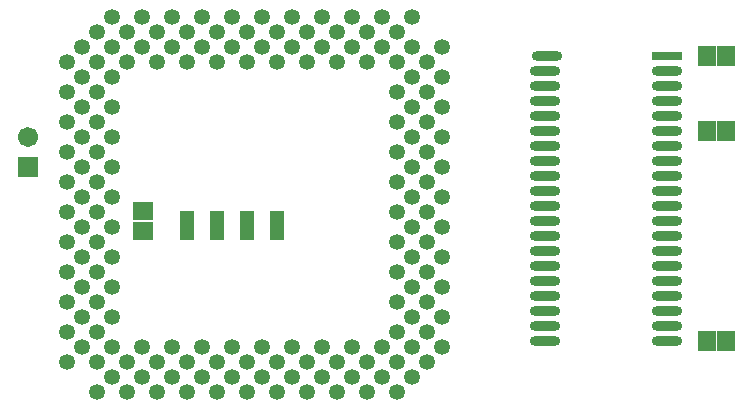
<source format=gbs>
G04 Layer_Color=8150272*
%FSLAX24Y24*%
%MOIN*%
G70*
G01*
G75*
%ADD24R,0.0612X0.0651*%
%ADD25R,0.1025X0.0316*%
%ADD26O,0.1025X0.0316*%
%ADD27R,0.0670X0.0670*%
%ADD28C,0.0670*%
%ADD29C,0.0530*%
%ADD30R,0.0651X0.0612*%
%ADD31R,0.0480X0.0280*%
G36*
X18490Y31810D02*
X18010D01*
Y32790D01*
X18490D01*
Y31810D01*
D02*
G37*
G36*
X17490D02*
X17010D01*
Y32790D01*
X17490D01*
Y31810D01*
D02*
G37*
G36*
X20490D02*
X20010D01*
Y32790D01*
X20490D01*
Y31810D01*
D02*
G37*
G36*
X19490D02*
X19010D01*
Y32790D01*
X19490D01*
Y31810D01*
D02*
G37*
D24*
X34575Y28450D02*
D03*
X35225D02*
D03*
X34575Y35450D02*
D03*
X35225D02*
D03*
X34575Y37950D02*
D03*
X35225D02*
D03*
D25*
X33250D02*
D03*
D26*
Y37450D02*
D03*
Y36950D02*
D03*
Y36450D02*
D03*
Y35950D02*
D03*
Y35450D02*
D03*
Y34950D02*
D03*
Y34450D02*
D03*
Y33950D02*
D03*
Y33450D02*
D03*
Y32950D02*
D03*
Y32450D02*
D03*
Y31950D02*
D03*
Y31450D02*
D03*
Y30950D02*
D03*
Y30450D02*
D03*
Y29950D02*
D03*
Y29450D02*
D03*
Y28950D02*
D03*
Y28450D02*
D03*
X29200D02*
D03*
X29250Y37950D02*
D03*
X29200Y37450D02*
D03*
Y36950D02*
D03*
Y36450D02*
D03*
Y35950D02*
D03*
Y35450D02*
D03*
Y34950D02*
D03*
Y34450D02*
D03*
Y33950D02*
D03*
Y33450D02*
D03*
Y32950D02*
D03*
Y32450D02*
D03*
Y31950D02*
D03*
Y31450D02*
D03*
Y30950D02*
D03*
Y30450D02*
D03*
Y29950D02*
D03*
Y29450D02*
D03*
Y28950D02*
D03*
D27*
X11950Y34250D02*
D03*
D28*
Y35250D02*
D03*
D29*
X24248Y31742D02*
D03*
X25248D02*
D03*
X24248Y30742D02*
D03*
X25248D02*
D03*
X24248Y29742D02*
D03*
X25248D02*
D03*
X24248Y28742D02*
D03*
X25248D02*
D03*
X24248Y27742D02*
D03*
X25248D02*
D03*
X24248Y26742D02*
D03*
X23248Y27742D02*
D03*
Y26742D02*
D03*
X22248Y27742D02*
D03*
Y26742D02*
D03*
X21248Y27742D02*
D03*
Y26742D02*
D03*
X20248Y27742D02*
D03*
Y26742D02*
D03*
X19248Y27742D02*
D03*
Y26742D02*
D03*
X18248Y27742D02*
D03*
Y26742D02*
D03*
X17248Y27742D02*
D03*
Y26742D02*
D03*
X16248Y27742D02*
D03*
Y26742D02*
D03*
X15248Y27742D02*
D03*
Y26742D02*
D03*
X14248Y27742D02*
D03*
Y26742D02*
D03*
X13248Y27742D02*
D03*
X14248Y28742D02*
D03*
X13248D02*
D03*
X14248Y29742D02*
D03*
X13248D02*
D03*
X14248Y30742D02*
D03*
X13248D02*
D03*
X14248Y31742D02*
D03*
X13248D02*
D03*
X14248Y32742D02*
D03*
X13248D02*
D03*
X14248Y33742D02*
D03*
X13248D02*
D03*
X14248Y34742D02*
D03*
X13248D02*
D03*
X14248Y35742D02*
D03*
X13248D02*
D03*
X14248Y36742D02*
D03*
X13248D02*
D03*
X14248Y37742D02*
D03*
X13248D02*
D03*
X14248Y38742D02*
D03*
X15248Y37742D02*
D03*
Y38742D02*
D03*
X16248Y37742D02*
D03*
Y38742D02*
D03*
X17248Y37742D02*
D03*
Y38742D02*
D03*
X18248Y37742D02*
D03*
Y38742D02*
D03*
X19248Y37742D02*
D03*
Y38742D02*
D03*
X20248Y37742D02*
D03*
Y38742D02*
D03*
X21248Y37742D02*
D03*
Y38742D02*
D03*
X22248Y37742D02*
D03*
Y38742D02*
D03*
X23248Y37742D02*
D03*
Y38742D02*
D03*
X24248Y37742D02*
D03*
Y38742D02*
D03*
X25248Y37742D02*
D03*
X24248Y36742D02*
D03*
X25248D02*
D03*
X24248Y35742D02*
D03*
X25248D02*
D03*
X24248Y34742D02*
D03*
X25248D02*
D03*
X24248Y33742D02*
D03*
X25248D02*
D03*
X24248Y32742D02*
D03*
X25248D02*
D03*
X24748Y32242D02*
D03*
X25748D02*
D03*
X24748Y31242D02*
D03*
X25748D02*
D03*
X24748Y30242D02*
D03*
X25748D02*
D03*
X24748Y29242D02*
D03*
X25748D02*
D03*
X24748Y28242D02*
D03*
X25748D02*
D03*
X24748Y27242D02*
D03*
X23748Y28242D02*
D03*
Y27242D02*
D03*
X22748Y28242D02*
D03*
Y27242D02*
D03*
X21748Y28242D02*
D03*
Y27242D02*
D03*
X20748Y28242D02*
D03*
Y27242D02*
D03*
X19748Y28242D02*
D03*
Y27242D02*
D03*
X18748Y28242D02*
D03*
Y27242D02*
D03*
X17748Y28242D02*
D03*
Y27242D02*
D03*
X16748Y28242D02*
D03*
Y27242D02*
D03*
X15748Y28242D02*
D03*
Y27242D02*
D03*
X14748Y28242D02*
D03*
Y27242D02*
D03*
X13748Y28242D02*
D03*
X14748Y29242D02*
D03*
X13748D02*
D03*
X14748Y30242D02*
D03*
X13748D02*
D03*
X14748Y31242D02*
D03*
X13748D02*
D03*
X14748Y32242D02*
D03*
X13748D02*
D03*
X14748Y33242D02*
D03*
X13748D02*
D03*
X14748Y34242D02*
D03*
X13748D02*
D03*
X14748Y35242D02*
D03*
X13748D02*
D03*
X14748Y36242D02*
D03*
X13748D02*
D03*
X14748Y37242D02*
D03*
X13748D02*
D03*
X14748Y38242D02*
D03*
X13748D02*
D03*
X14748Y39242D02*
D03*
X15748Y38242D02*
D03*
Y39242D02*
D03*
X16748Y38242D02*
D03*
Y39242D02*
D03*
X17748Y38242D02*
D03*
Y39242D02*
D03*
X18748Y38242D02*
D03*
Y39242D02*
D03*
X19748Y38242D02*
D03*
Y39242D02*
D03*
X20748Y38242D02*
D03*
Y39242D02*
D03*
X21748Y38242D02*
D03*
Y39242D02*
D03*
X22748Y38242D02*
D03*
Y39242D02*
D03*
X23748Y38242D02*
D03*
Y39242D02*
D03*
X24748Y38242D02*
D03*
Y39242D02*
D03*
X25748Y38242D02*
D03*
X24748Y37242D02*
D03*
X25748D02*
D03*
X24748Y36242D02*
D03*
X25748D02*
D03*
X24748Y35242D02*
D03*
X25748D02*
D03*
X24748Y34242D02*
D03*
X25748D02*
D03*
X24748Y33242D02*
D03*
X25748D02*
D03*
D30*
X15800Y32775D02*
D03*
Y32125D02*
D03*
D31*
X20250Y31950D02*
D03*
Y32300D02*
D03*
Y32650D02*
D03*
X19250Y31950D02*
D03*
Y32300D02*
D03*
Y32650D02*
D03*
X18250D02*
D03*
Y32300D02*
D03*
Y31950D02*
D03*
X17250Y32650D02*
D03*
Y32300D02*
D03*
Y31950D02*
D03*
M02*

</source>
